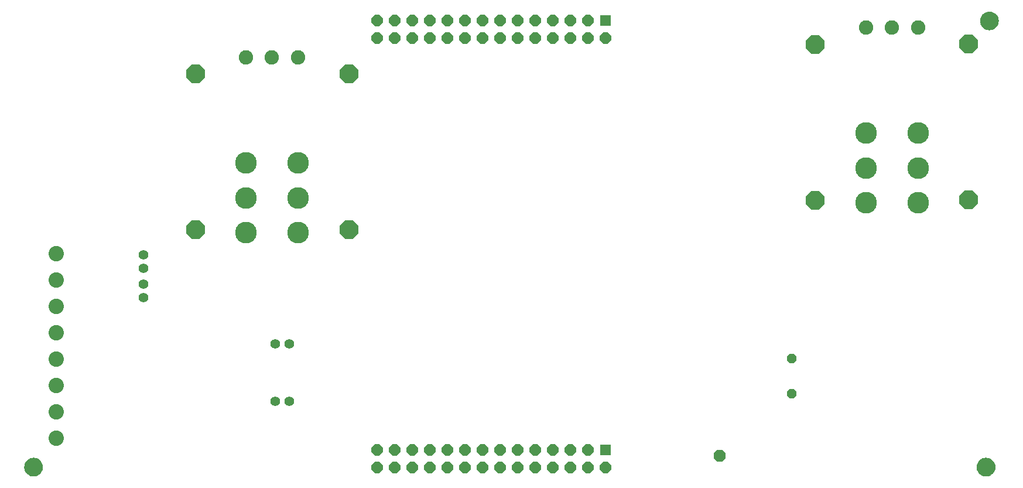
<source format=gbs>
G75*
%MOIN*%
%OFA0B0*%
%FSLAX25Y25*%
%IPPOS*%
%LPD*%
%AMOC8*
5,1,8,0,0,1.08239X$1,22.5*
%
%ADD10C,0.05500*%
%ADD11OC8,0.10500*%
%ADD12C,0.12311*%
%ADD13C,0.08177*%
%ADD14R,0.06406X0.06406*%
%ADD15OC8,0.06406*%
%ADD16C,0.08768*%
%ADD17C,0.00500*%
%ADD18OC8,0.06996*%
%ADD19OC8,0.05300*%
D10*
X0157462Y0066181D03*
X0165336Y0066181D03*
X0165336Y0098781D03*
X0157462Y0098781D03*
X0082249Y0124994D03*
X0082249Y0132868D03*
X0082249Y0141644D03*
X0082249Y0149518D03*
D11*
X0111949Y0163690D03*
X0199249Y0163690D03*
X0199249Y0252272D03*
X0111949Y0252272D03*
X0464749Y0269122D03*
X0552149Y0269272D03*
X0552149Y0180690D03*
X0464749Y0180540D03*
D12*
X0493685Y0178967D03*
X0523213Y0178967D03*
X0523213Y0198810D03*
X0493685Y0198810D03*
X0493685Y0218652D03*
X0523213Y0218652D03*
X0170263Y0201752D03*
X0140735Y0201752D03*
X0140735Y0181910D03*
X0170263Y0181910D03*
X0170263Y0162067D03*
X0140735Y0162067D03*
D13*
X0140735Y0261831D03*
X0155499Y0261831D03*
X0170263Y0261831D03*
X0493685Y0278731D03*
X0508449Y0278731D03*
X0523213Y0278731D03*
D14*
X0345473Y0282713D03*
X0345473Y0038461D03*
D15*
X0335473Y0038461D03*
X0325473Y0038461D03*
X0315473Y0038461D03*
X0305473Y0038461D03*
X0295473Y0038461D03*
X0285473Y0038461D03*
X0275473Y0038461D03*
X0265473Y0038461D03*
X0255473Y0038461D03*
X0245473Y0038461D03*
X0235473Y0038461D03*
X0225473Y0038461D03*
X0215473Y0038461D03*
X0215473Y0028461D03*
X0225473Y0028461D03*
X0235473Y0028461D03*
X0245473Y0028461D03*
X0255473Y0028461D03*
X0265473Y0028461D03*
X0275473Y0028461D03*
X0285473Y0028461D03*
X0295473Y0028461D03*
X0305473Y0028461D03*
X0315473Y0028461D03*
X0325473Y0028461D03*
X0335473Y0028461D03*
X0345473Y0028461D03*
X0345473Y0272713D03*
X0335473Y0272713D03*
X0325473Y0272713D03*
X0315473Y0272713D03*
X0305473Y0272713D03*
X0295473Y0272713D03*
X0285473Y0272713D03*
X0275473Y0272713D03*
X0265473Y0272713D03*
X0255473Y0272713D03*
X0245473Y0272713D03*
X0235473Y0272713D03*
X0225473Y0272713D03*
X0215473Y0272713D03*
X0215473Y0282713D03*
X0225473Y0282713D03*
X0235473Y0282713D03*
X0245473Y0282713D03*
X0255473Y0282713D03*
X0265473Y0282713D03*
X0275473Y0282713D03*
X0285473Y0282713D03*
X0295473Y0282713D03*
X0305473Y0282713D03*
X0315473Y0282713D03*
X0325473Y0282713D03*
X0335473Y0282713D03*
D16*
X0032796Y0150016D03*
X0032796Y0135016D03*
X0032796Y0120016D03*
X0032796Y0105016D03*
X0032796Y0090016D03*
X0032796Y0075016D03*
X0032796Y0060016D03*
X0032796Y0045016D03*
D17*
X0017304Y0024288D02*
X0016590Y0024788D01*
X0015974Y0025404D01*
X0015474Y0026118D01*
X0015105Y0026908D01*
X0014880Y0027750D01*
X0014804Y0028618D01*
X0014880Y0029486D01*
X0015105Y0030328D01*
X0015474Y0031118D01*
X0015974Y0031832D01*
X0016590Y0032448D01*
X0017304Y0032948D01*
X0018094Y0033317D01*
X0018936Y0033542D01*
X0019804Y0033618D01*
X0020672Y0033542D01*
X0021514Y0033317D01*
X0022304Y0032948D01*
X0023018Y0032448D01*
X0023634Y0031832D01*
X0024134Y0031118D01*
X0024502Y0030328D01*
X0024728Y0029486D01*
X0024804Y0028618D01*
X0024728Y0027750D01*
X0024502Y0026908D01*
X0024134Y0026118D01*
X0023634Y0025404D01*
X0023018Y0024788D01*
X0022304Y0024288D01*
X0021514Y0023920D01*
X0020672Y0023694D01*
X0019804Y0023618D01*
X0018936Y0023694D01*
X0018094Y0023920D01*
X0017304Y0024288D01*
X0017530Y0024183D02*
X0022078Y0024183D01*
X0022865Y0024681D02*
X0016743Y0024681D01*
X0016198Y0025180D02*
X0023410Y0025180D01*
X0023826Y0025678D02*
X0015782Y0025678D01*
X0015447Y0026177D02*
X0024161Y0026177D01*
X0024394Y0026675D02*
X0015214Y0026675D01*
X0015034Y0027174D02*
X0024574Y0027174D01*
X0024707Y0027672D02*
X0014901Y0027672D01*
X0014843Y0028171D02*
X0024765Y0028171D01*
X0024799Y0028669D02*
X0014808Y0028669D01*
X0014852Y0029168D02*
X0024756Y0029168D01*
X0024680Y0029666D02*
X0014928Y0029666D01*
X0015062Y0030165D02*
X0024546Y0030165D01*
X0024346Y0030663D02*
X0015262Y0030663D01*
X0015504Y0031162D02*
X0024104Y0031162D01*
X0023754Y0031660D02*
X0015853Y0031660D01*
X0016300Y0032159D02*
X0023307Y0032159D01*
X0022719Y0032657D02*
X0016888Y0032657D01*
X0017749Y0033156D02*
X0021859Y0033156D01*
X0020558Y0023684D02*
X0019050Y0023684D01*
X0556930Y0028618D02*
X0557006Y0029486D01*
X0557231Y0030328D01*
X0557600Y0031118D01*
X0558100Y0031832D01*
X0558716Y0032448D01*
X0559430Y0032948D01*
X0560220Y0033317D01*
X0561062Y0033542D01*
X0561930Y0033618D01*
X0562798Y0033542D01*
X0563640Y0033317D01*
X0564430Y0032948D01*
X0565144Y0032448D01*
X0565760Y0031832D01*
X0566260Y0031118D01*
X0566628Y0030328D01*
X0566854Y0029486D01*
X0566930Y0028618D01*
X0566854Y0027750D01*
X0566628Y0026908D01*
X0566260Y0026118D01*
X0565760Y0025404D01*
X0565144Y0024788D01*
X0564430Y0024288D01*
X0563640Y0023920D01*
X0562798Y0023694D01*
X0561930Y0023618D01*
X0561062Y0023694D01*
X0560220Y0023920D01*
X0559430Y0024288D01*
X0558716Y0024788D01*
X0558100Y0025404D01*
X0557600Y0026118D01*
X0557231Y0026908D01*
X0557006Y0027750D01*
X0556930Y0028618D01*
X0556934Y0028669D02*
X0566925Y0028669D01*
X0566891Y0028171D02*
X0556969Y0028171D01*
X0557027Y0027672D02*
X0566833Y0027672D01*
X0566700Y0027174D02*
X0557160Y0027174D01*
X0557340Y0026675D02*
X0566520Y0026675D01*
X0566287Y0026177D02*
X0557573Y0026177D01*
X0557908Y0025678D02*
X0565952Y0025678D01*
X0565536Y0025180D02*
X0558324Y0025180D01*
X0558869Y0024681D02*
X0564991Y0024681D01*
X0564204Y0024183D02*
X0559656Y0024183D01*
X0561176Y0023684D02*
X0562684Y0023684D01*
X0566882Y0029168D02*
X0556978Y0029168D01*
X0557054Y0029666D02*
X0566806Y0029666D01*
X0566672Y0030165D02*
X0557188Y0030165D01*
X0557388Y0030663D02*
X0566472Y0030663D01*
X0566229Y0031162D02*
X0557630Y0031162D01*
X0557979Y0031660D02*
X0565880Y0031660D01*
X0565433Y0032159D02*
X0558426Y0032159D01*
X0559014Y0032657D02*
X0564845Y0032657D01*
X0563985Y0033156D02*
X0559875Y0033156D01*
X0563898Y0277555D02*
X0563030Y0277631D01*
X0562188Y0277857D01*
X0561398Y0278225D01*
X0560684Y0278725D01*
X0560068Y0279341D01*
X0559568Y0280055D01*
X0559200Y0280845D01*
X0558974Y0281687D01*
X0558898Y0282555D01*
X0558974Y0283423D01*
X0559200Y0284265D01*
X0559568Y0285055D01*
X0560068Y0285769D01*
X0560684Y0286385D01*
X0561398Y0286885D01*
X0562188Y0287254D01*
X0563030Y0287479D01*
X0563898Y0287555D01*
X0564767Y0287479D01*
X0565609Y0287254D01*
X0566398Y0286885D01*
X0567112Y0286385D01*
X0567729Y0285769D01*
X0568229Y0285055D01*
X0568597Y0284265D01*
X0568822Y0283423D01*
X0568898Y0282555D01*
X0568822Y0281687D01*
X0568597Y0280845D01*
X0568229Y0280055D01*
X0567729Y0279341D01*
X0567112Y0278725D01*
X0566398Y0278225D01*
X0565609Y0277857D01*
X0564767Y0277631D01*
X0563898Y0277555D01*
X0562042Y0277925D02*
X0565755Y0277925D01*
X0566682Y0278423D02*
X0561115Y0278423D01*
X0560488Y0278922D02*
X0567309Y0278922D01*
X0567784Y0279420D02*
X0560013Y0279420D01*
X0559664Y0279919D02*
X0568133Y0279919D01*
X0568398Y0280417D02*
X0559399Y0280417D01*
X0559181Y0280916D02*
X0568616Y0280916D01*
X0568749Y0281414D02*
X0559047Y0281414D01*
X0558955Y0281913D02*
X0568842Y0281913D01*
X0568886Y0282411D02*
X0558911Y0282411D01*
X0558929Y0282910D02*
X0568867Y0282910D01*
X0568824Y0283408D02*
X0558973Y0283408D01*
X0559104Y0283907D02*
X0568693Y0283907D01*
X0568531Y0284405D02*
X0559265Y0284405D01*
X0559498Y0284904D02*
X0568299Y0284904D01*
X0567985Y0285403D02*
X0559812Y0285403D01*
X0560200Y0285901D02*
X0567597Y0285901D01*
X0567092Y0286400D02*
X0560705Y0286400D01*
X0561426Y0286898D02*
X0566371Y0286898D01*
X0565075Y0287397D02*
X0562722Y0287397D01*
D18*
X0410399Y0035081D03*
D19*
X0451199Y0070281D03*
X0451199Y0090281D03*
M02*

</source>
